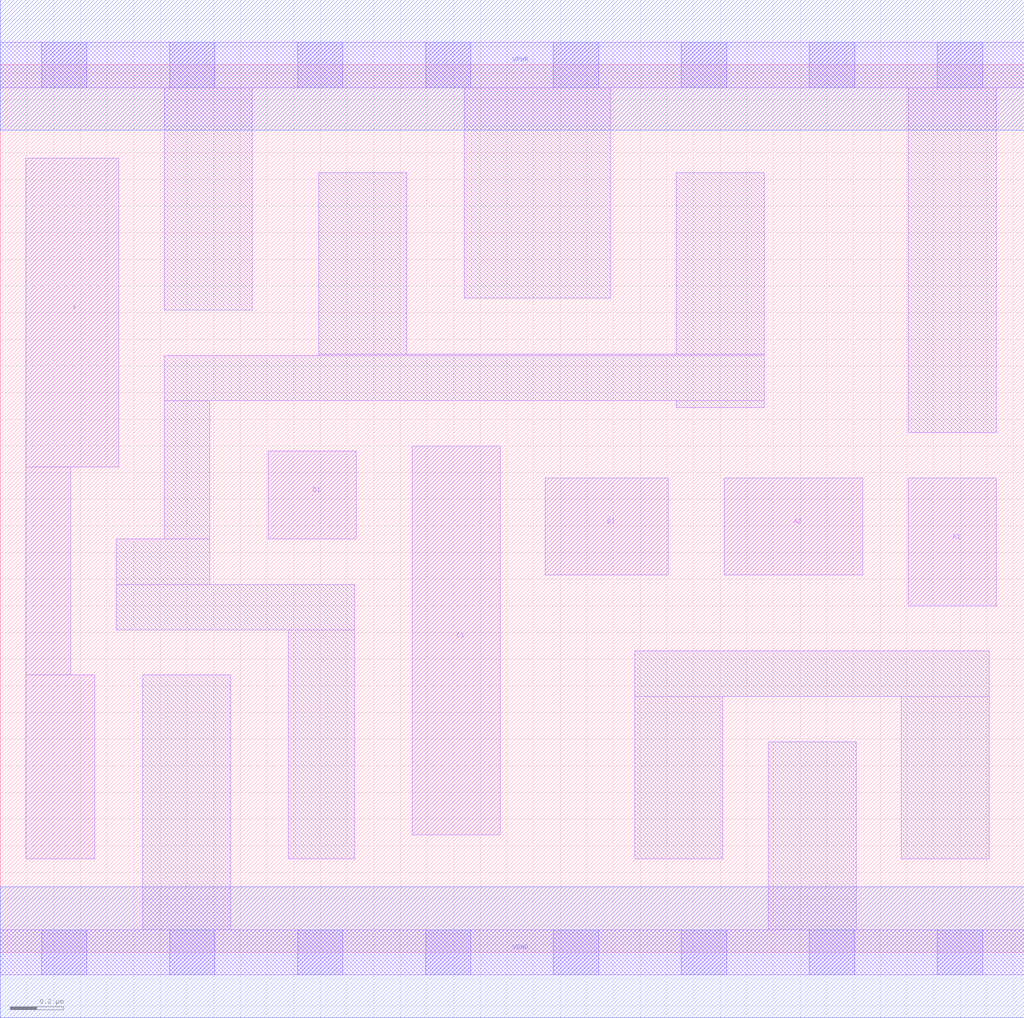
<source format=lef>
# Copyright 2020 The SkyWater PDK Authors
#
# Licensed under the Apache License, Version 2.0 (the "License");
# you may not use this file except in compliance with the License.
# You may obtain a copy of the License at
#
#     https://www.apache.org/licenses/LICENSE-2.0
#
# Unless required by applicable law or agreed to in writing, software
# distributed under the License is distributed on an "AS IS" BASIS,
# WITHOUT WARRANTIES OR CONDITIONS OF ANY KIND, either express or implied.
# See the License for the specific language governing permissions and
# limitations under the License.
#
# SPDX-License-Identifier: Apache-2.0

VERSION 5.7 ;
  NOWIREEXTENSIONATPIN ON ;
  DIVIDERCHAR "/" ;
  BUSBITCHARS "[]" ;
UNITS
  DATABASE MICRONS 200 ;
END UNITS
MACRO sky130_fd_sc_hs__o2111a_1
  CLASS CORE ;
  FOREIGN sky130_fd_sc_hs__o2111a_1 ;
  ORIGIN  0.000000  0.000000 ;
  SIZE  3.840000 BY  3.330000 ;
  SYMMETRY X Y ;
  SITE unit ;
  PIN A1
    ANTENNAGATEAREA  0.261000 ;
    DIRECTION INPUT ;
    USE SIGNAL ;
    PORT
      LAYER li1 ;
        RECT 3.405000 1.300000 3.735000 1.780000 ;
    END
  END A1
  PIN A2
    ANTENNAGATEAREA  0.261000 ;
    DIRECTION INPUT ;
    USE SIGNAL ;
    PORT
      LAYER li1 ;
        RECT 2.715000 1.415000 3.235000 1.780000 ;
    END
  END A2
  PIN B1
    ANTENNAGATEAREA  0.237000 ;
    DIRECTION INPUT ;
    USE SIGNAL ;
    PORT
      LAYER li1 ;
        RECT 2.045000 1.415000 2.505000 1.780000 ;
    END
  END B1
  PIN C1
    ANTENNAGATEAREA  0.237000 ;
    DIRECTION INPUT ;
    USE SIGNAL ;
    PORT
      LAYER li1 ;
        RECT 1.545000 0.440000 1.875000 1.900000 ;
    END
  END C1
  PIN D1
    ANTENNAGATEAREA  0.237000 ;
    DIRECTION INPUT ;
    USE SIGNAL ;
    PORT
      LAYER li1 ;
        RECT 1.005000 1.550000 1.335000 1.880000 ;
    END
  END D1
  PIN X
    ANTENNADIFFAREA  0.533900 ;
    DIRECTION OUTPUT ;
    USE SIGNAL ;
    PORT
      LAYER li1 ;
        RECT 0.095000 0.350000 0.355000 1.040000 ;
        RECT 0.095000 1.040000 0.265000 1.820000 ;
        RECT 0.095000 1.820000 0.445000 2.980000 ;
    END
  END X
  PIN VGND
    DIRECTION INOUT ;
    USE GROUND ;
    PORT
      LAYER met1 ;
        RECT 0.000000 -0.245000 3.840000 0.245000 ;
    END
  END VGND
  PIN VPWR
    DIRECTION INOUT ;
    USE POWER ;
    PORT
      LAYER met1 ;
        RECT 0.000000 3.085000 3.840000 3.575000 ;
    END
  END VPWR
  OBS
    LAYER li1 ;
      RECT 0.000000 -0.085000 3.840000 0.085000 ;
      RECT 0.000000  3.245000 3.840000 3.415000 ;
      RECT 0.435000  1.210000 1.330000 1.380000 ;
      RECT 0.435000  1.380000 0.785000 1.550000 ;
      RECT 0.535000  0.085000 0.865000 1.040000 ;
      RECT 0.615000  1.550000 0.785000 2.070000 ;
      RECT 0.615000  2.070000 2.865000 2.240000 ;
      RECT 0.615000  2.410000 0.945000 3.245000 ;
      RECT 1.080000  0.350000 1.330000 1.210000 ;
      RECT 1.195000  2.240000 2.865000 2.245000 ;
      RECT 1.195000  2.245000 1.525000 2.925000 ;
      RECT 1.740000  2.455000 2.290000 3.245000 ;
      RECT 2.380000  0.350000 2.710000 0.960000 ;
      RECT 2.380000  0.960000 3.710000 1.130000 ;
      RECT 2.535000  2.045000 2.865000 2.070000 ;
      RECT 2.535000  2.245000 2.865000 2.925000 ;
      RECT 2.880000  0.085000 3.210000 0.790000 ;
      RECT 3.380000  0.350000 3.710000 0.960000 ;
      RECT 3.405000  1.950000 3.735000 3.245000 ;
    LAYER mcon ;
      RECT 0.155000 -0.085000 0.325000 0.085000 ;
      RECT 0.155000  3.245000 0.325000 3.415000 ;
      RECT 0.635000 -0.085000 0.805000 0.085000 ;
      RECT 0.635000  3.245000 0.805000 3.415000 ;
      RECT 1.115000 -0.085000 1.285000 0.085000 ;
      RECT 1.115000  3.245000 1.285000 3.415000 ;
      RECT 1.595000 -0.085000 1.765000 0.085000 ;
      RECT 1.595000  3.245000 1.765000 3.415000 ;
      RECT 2.075000 -0.085000 2.245000 0.085000 ;
      RECT 2.075000  3.245000 2.245000 3.415000 ;
      RECT 2.555000 -0.085000 2.725000 0.085000 ;
      RECT 2.555000  3.245000 2.725000 3.415000 ;
      RECT 3.035000 -0.085000 3.205000 0.085000 ;
      RECT 3.035000  3.245000 3.205000 3.415000 ;
      RECT 3.515000 -0.085000 3.685000 0.085000 ;
      RECT 3.515000  3.245000 3.685000 3.415000 ;
  END
END sky130_fd_sc_hs__o2111a_1
END LIBRARY

</source>
